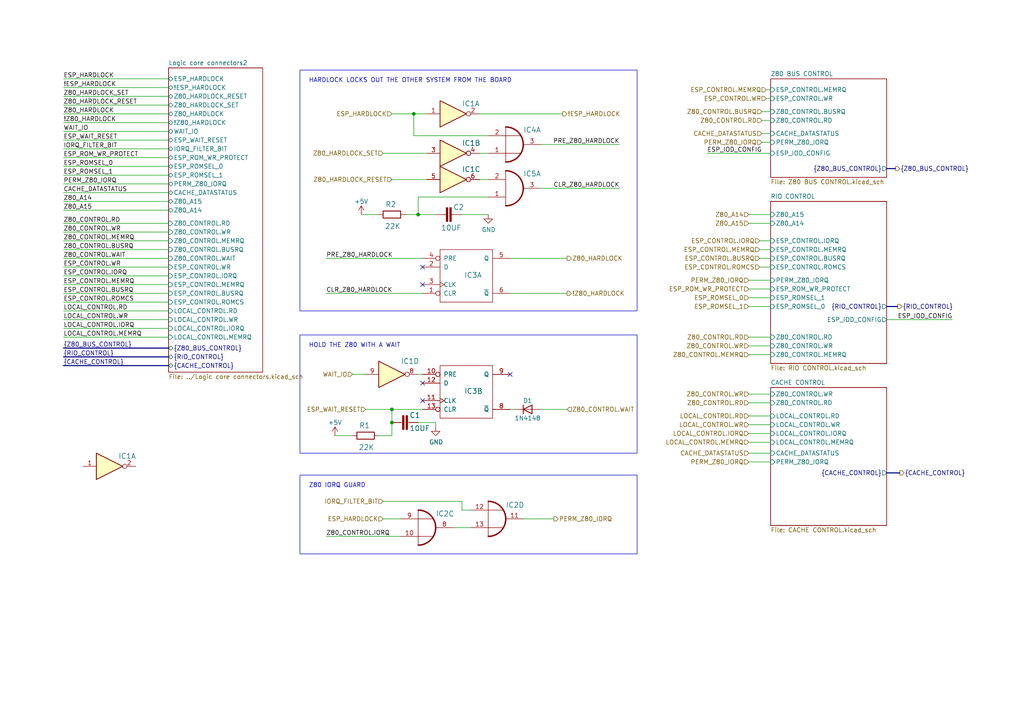
<source format=kicad_sch>
(kicad_sch (version 20230121) (generator eeschema)
  (paper "A4")
  (lib_symbols
    (symbol "74xx:74HC04"
      (property "Reference" "U" (at 0 1.27 0))
      (property "Value" "74HC04" (at 0 -1.27 0))
      (symbol "74HC04_1_0"
        (polyline (pts (xy -3.81 3.81) (xy -3.81 -3.81) (xy 3.81 0) (xy -3.81 3.81)) (stroke (width 0.254)) (fill (type background)))
        (pin input line (at -7.62 0 0) (length 3.81) (name "~") (number "1"))
        (pin output inverted (at 7.62 0 180) (length 3.81) (name "~") (number "2"))
      )
      (symbol "74HC04_2_0"
        (polyline (pts (xy -3.81 3.81) (xy -3.81 -3.81) (xy 3.81 0) (xy -3.81 3.81)) (stroke (width 0.254)) (fill (type background)))
        (pin input line (at -7.62 0 0) (length 3.81) (name "~") (number "3"))
        (pin output inverted (at 7.62 0 180) (length 3.81) (name "~") (number "4"))
      )
      (symbol "74HC04_3_0"
        (polyline (pts (xy -3.81 3.81) (xy -3.81 -3.81) (xy 3.81 0) (xy -3.81 3.81)) (stroke (width 0.254)) (fill (type background)))
        (pin input line (at -7.62 0 0) (length 3.81) (name "~") (number "5"))
        (pin output inverted (at 7.62 0 180) (length 3.81) (name "~") (number "6"))
      )
      (symbol "74HC04_4_0"
        (polyline (pts (xy -3.81 3.81) (xy -3.81 -3.81) (xy 3.81 0) (xy -3.81 3.81)) (stroke (width 0.254)) (fill (type background)))
        (pin output inverted (at 7.62 0 180) (length 3.81) (name "~") (number "8"))
        (pin input line (at -7.62 0 0) (length 3.81) (name "~") (number "9"))
      )
      (symbol "74HC04_5_0"
        (polyline (pts (xy -3.81 3.81) (xy -3.81 -3.81) (xy 3.81 0) (xy -3.81 3.81)) (stroke (width 0.254)) (fill (type background)))
        (pin output inverted (at 7.62 0 180) (length 3.81) (name "~") (number "10"))
        (pin input line (at -7.62 0 0) (length 3.81) (name "~") (number "11"))
      )
      (symbol "74HC04_6_0"
        (polyline (pts (xy -3.81 3.81) (xy -3.81 -3.81) (xy 3.81 0) (xy -3.81 3.81)) (stroke (width 0.254)) (fill (type background)))
        (pin output inverted (at 7.62 0 180) (length 3.81) (name "~") (number "12"))
        (pin input line (at -7.62 0 0) (length 3.81) (name "~") (number "13"))
      )
      (symbol "74HC04_7_0"
        (pin power_in line (at 0 12.7 270) (length 5.08) (name "VCC") (number "14"))
        (pin power_in line (at 0 -12.7 90) (length 5.08) (name "GND") (number "7"))
      )
      (symbol "74HC04_7_1"
        (rectangle (start -5.08 7.62) (end 5.08 -7.62) (stroke (width 0.254)) (fill (type background)))
      )
    )
    (symbol "Device:D" (pin_numbers hide) (pin_names (offset 1.016) hide)
      (property "Reference" "D" (at 0 2.54 0))
      (property "Value" "D" (at 0 -2.54 0))
      (symbol "D_0_1"
        (polyline (pts (xy -1.27 1.27) (xy -1.27 -1.27)) (stroke (width 0.254)))
        (polyline (pts (xy 1.27 0) (xy -1.27 0)))
        (polyline (pts (xy 1.27 1.27) (xy 1.27 -1.27) (xy -1.27 0) (xy 1.27 1.27)) (stroke (width 0.254)))
      )
      (symbol "D_1_1"
        (pin passive line (at -3.81 0 0) (length 2.54) (name "K") (number "1"))
        (pin passive line (at 3.81 0 180) (length 2.54) (name "A") (number "2"))
      )
    )
    (symbol "Device:R" (pin_numbers hide) (pin_names (offset 0))
      (property "Reference" "R" (at 2.032 0 90))
      (property "Value" "R" (at 0 0 90))
      (symbol "R_0_1"
        (rectangle (start -1.016 -2.54) (end 1.016 2.54) (stroke (width 0.254)))
      )
      (symbol "R_1_1"
        (pin passive line (at 0 3.81 270) (length 1.27) (name "~") (number "1"))
        (pin passive line (at 0 -3.81 90) (length 1.27) (name "~") (number "2"))
      )
    )
    (symbol "FujiNet_Z80Bus_Reference-rescue:7408N-Z80ESP-eagle-import" (pin_names (offset 1.016))
      (property "Reference" "IC" (at -0.635 -0.635 0))
      (symbol "7408N-Z80ESP-eagle-import_1_0"
        (arc (start -2.54 -5.08) (mid 2.5179 0) (end -2.54 5.08) (stroke (width 0.4064)))
        (polyline (pts (xy -2.54 5.08) (xy -2.54 -5.08)))
        (pin input line (at -7.62 2.54 0) (length 5.08) (name "I0") (number "1"))
        (pin input line (at -7.62 -2.54 0) (length 5.08) (name "I1") (number "2"))
        (pin output line (at 7.62 0 180) (length 5.08) (name "O") (number "3"))
      )
      (symbol "7408N-Z80ESP-eagle-import_2_0"
        (arc (start -2.54 -5.08) (mid 2.5179 0) (end -2.54 5.08) (stroke (width 0.4064)))
        (polyline (pts (xy -2.54 5.08) (xy -2.54 -5.08)))
        (pin input line (at -7.62 2.54 0) (length 5.08) (name "I0") (number "4"))
        (pin input line (at -7.62 -2.54 0) (length 5.08) (name "I1") (number "5"))
        (pin output line (at 7.62 0 180) (length 5.08) (name "O") (number "6"))
      )
      (symbol "7408N-Z80ESP-eagle-import_3_0"
        (arc (start -2.54 -5.08) (mid 2.5179 0) (end -2.54 5.08) (stroke (width 0.4064)))
        (polyline (pts (xy -2.54 5.08) (xy -2.54 -5.08)))
        (pin input line (at -7.62 -2.54 0) (length 5.08) (name "I1") (number "10"))
        (pin output line (at 7.62 0 180) (length 5.08) (name "O") (number "8"))
        (pin input line (at -7.62 2.54 0) (length 5.08) (name "I0") (number "9"))
      )
      (symbol "7408N-Z80ESP-eagle-import_4_0"
        (arc (start -2.54 -5.08) (mid 2.5179 0) (end -2.54 5.08) (stroke (width 0.4064)))
        (polyline (pts (xy -2.54 5.08) (xy -2.54 -5.08)))
        (pin output line (at 7.62 0 180) (length 5.08) (name "O") (number "11"))
        (pin input line (at -7.62 2.54 0) (length 5.08) (name "I0") (number "12"))
        (pin input line (at -7.62 -2.54 0) (length 5.08) (name "I1") (number "13"))
      )
      (symbol "7408N-Z80ESP-eagle-import_5_0"
        (text "GND" (at 1.905 -5.842 900) (effects (font (size 1.0668 1.0668)) (justify left bottom)))
        (text "VCC" (at 1.905 2.54 900) (effects (font (size 1.0668 1.0668)) (justify left bottom)))
        (pin power_in line (at 0 7.62 270) (length 5.08) (name "VCC") (number "14"))
        (pin power_in line (at 0 -7.62 90) (length 5.08) (name "GND") (number "7"))
      )
    )
    (symbol "FujiNet_Z80Bus_Reference-rescue:7432N-Z80Decoder-eagle-import" (pin_names (offset 1.016))
      (property "Reference" "IC" (at -0.635 -0.635 0))
      (symbol "7432N-Z80Decoder-eagle-import_1_0"
        (arc (start -2.54 -5.08) (mid 2.5179 0) (end -2.54 5.08) (stroke (width 0.4064)))
        (polyline (pts (xy -2.54 5.08) (xy -2.54 -5.08)))
        (polyline (pts (xy 1.778 -2.54) (xy -2.54 -2.54)))
        (polyline (pts (xy 1.778 2.54) (xy -2.54 2.54)))
        (pin input line (at -7.62 2.54 0) (length 5.08) (name "I0") (number "1"))
        (pin input line (at -7.62 -2.54 0) (length 5.08) (name "I1") (number "2"))
        (pin output line (at 7.62 0 180) (length 5.08) (name "O") (number "3"))
      )
      (symbol "7432N-Z80Decoder-eagle-import_2_0"
        (arc (start -2.54 -5.08) (mid 2.5179 0) (end -2.54 5.08) (stroke (width 0.4064)))
        (polyline (pts (xy -2.54 5.08) (xy -2.54 -5.08)))
        (polyline (pts (xy 1.778 -2.54) (xy -2.54 -2.54)))
        (polyline (pts (xy 1.778 2.54) (xy -2.54 2.54)))
        (pin input line (at -7.62 2.54 0) (length 5.08) (name "I0") (number "4"))
        (pin input line (at -7.62 -2.54 0) (length 5.08) (name "I1") (number "5"))
        (pin output line (at 7.62 0 180) (length 5.08) (name "O") (number "6"))
      )
      (symbol "7432N-Z80Decoder-eagle-import_3_0"
        (arc (start -2.54 -5.08) (mid 2.5179 0) (end -2.54 5.08) (stroke (width 0.4064)))
        (polyline (pts (xy -2.54 5.08) (xy -2.54 -5.08)))
        (polyline (pts (xy 1.778 -2.54) (xy -2.54 -2.54)))
        (polyline (pts (xy 1.778 2.54) (xy -2.54 2.54)))
        (pin input line (at -7.62 -2.54 0) (length 5.08) (name "I1") (number "10"))
        (pin output line (at 7.62 0 180) (length 5.08) (name "O") (number "8"))
        (pin input line (at -7.62 2.54 0) (length 5.08) (name "I0") (number "9"))
      )
      (symbol "7432N-Z80Decoder-eagle-import_4_0"
        (arc (start -2.54 -5.08) (mid 2.5179 0) (end -2.54 5.08) (stroke (width 0.4064)))
        (polyline (pts (xy -2.54 5.08) (xy -2.54 -5.08)))
        (polyline (pts (xy 1.778 -2.54) (xy -2.54 -2.54)))
        (polyline (pts (xy 1.778 2.54) (xy -2.54 2.54)))
        (pin output line (at 7.62 0 180) (length 5.08) (name "O") (number "11"))
        (pin input line (at -7.62 2.54 0) (length 5.08) (name "I0") (number "12"))
        (pin input line (at -7.62 -2.54 0) (length 5.08) (name "I1") (number "13"))
      )
      (symbol "7432N-Z80Decoder-eagle-import_5_0"
        (text "GND" (at 1.905 -5.842 900) (effects (font (size 1.0668 1.0668)) (justify left bottom)))
        (text "VCC" (at 1.905 2.54 900) (effects (font (size 1.0668 1.0668)) (justify left bottom)))
        (pin power_in line (at 0 7.62 270) (length 5.08) (name "VCC") (number "14"))
        (pin power_in line (at 0 -7.62 90) (length 5.08) (name "GND") (number "7"))
      )
    )
    (symbol "FujiNet_Z80Bus_Reference-rescue:7432N-Z80ESP-eagle-import" (pin_names (offset 1.016))
      (property "Reference" "IC" (at -0.635 -0.635 0))
      (symbol "7432N-Z80ESP-eagle-import_1_0"
        (arc (start -2.54 -5.08) (mid 2.5179 0) (end -2.54 5.08) (stroke (width 0.4064)))
        (polyline (pts (xy -2.54 5.08) (xy -2.54 -5.08)))
        (polyline (pts (xy 1.778 -2.54) (xy -2.54 -2.54)))
        (polyline (pts (xy 1.778 2.54) (xy -2.54 2.54)))
        (pin input line (at -7.62 2.54 0) (length 5.08) (name "I0") (number "1"))
        (pin input line (at -7.62 -2.54 0) (length 5.08) (name "I1") (number "2"))
        (pin output line (at 7.62 0 180) (length 5.08) (name "O") (number "3"))
      )
      (symbol "7432N-Z80ESP-eagle-import_2_0"
        (arc (start -2.54 -5.08) (mid 2.5179 0) (end -2.54 5.08) (stroke (width 0.4064)))
        (polyline (pts (xy -2.54 5.08) (xy -2.54 -5.08)))
        (polyline (pts (xy 1.778 -2.54) (xy -2.54 -2.54)))
        (polyline (pts (xy 1.778 2.54) (xy -2.54 2.54)))
        (pin input line (at -7.62 2.54 0) (length 5.08) (name "I0") (number "4"))
        (pin input line (at -7.62 -2.54 0) (length 5.08) (name "I1") (number "5"))
        (pin output line (at 7.62 0 180) (length 5.08) (name "O") (number "6"))
      )
      (symbol "7432N-Z80ESP-eagle-import_3_0"
        (arc (start -2.54 -5.08) (mid 2.5179 0) (end -2.54 5.08) (stroke (width 0.4064)))
        (polyline (pts (xy -2.54 5.08) (xy -2.54 -5.08)))
        (polyline (pts (xy 1.778 -2.54) (xy -2.54 -2.54)))
        (polyline (pts (xy 1.778 2.54) (xy -2.54 2.54)))
        (pin input line (at -7.62 -2.54 0) (length 5.08) (name "I1") (number "10"))
        (pin output line (at 7.62 0 180) (length 5.08) (name "O") (number "8"))
        (pin input line (at -7.62 2.54 0) (length 5.08) (name "I0") (number "9"))
      )
      (symbol "7432N-Z80ESP-eagle-import_4_0"
        (arc (start -2.54 -5.08) (mid 2.5179 0) (end -2.54 5.08) (stroke (width 0.4064)))
        (polyline (pts (xy -2.54 5.08) (xy -2.54 -5.08)))
        (polyline (pts (xy 1.778 -2.54) (xy -2.54 -2.54)))
        (polyline (pts (xy 1.778 2.54) (xy -2.54 2.54)))
        (pin output line (at 7.62 0 180) (length 5.08) (name "O") (number "11"))
        (pin input line (at -7.62 2.54 0) (length 5.08) (name "I0") (number "12"))
        (pin input line (at -7.62 -2.54 0) (length 5.08) (name "I1") (number "13"))
      )
      (symbol "7432N-Z80ESP-eagle-import_5_0"
        (text "GND" (at 1.905 -5.842 900) (effects (font (size 1.0668 1.0668)) (justify left bottom)))
        (text "VCC" (at 1.905 2.54 900) (effects (font (size 1.0668 1.0668)) (justify left bottom)))
        (pin power_in line (at 0 7.62 270) (length 5.08) (name "VCC") (number "14"))
        (pin power_in line (at 0 -7.62 90) (length 5.08) (name "GND") (number "7"))
      )
    )
    (symbol "FujiNet_Z80Bus_Reference-rescue:7474N-Z80ESP-eagle-import" (pin_names (offset 1.016))
      (property "Reference" "IC" (at -0.635 -0.635 0))
      (symbol "7474N-Z80ESP-eagle-import_1_0"
        (polyline (pts (xy -7.62 -7.62) (xy 7.62 -7.62)))
        (polyline (pts (xy -7.62 7.62) (xy -7.62 -7.62)))
        (polyline (pts (xy 7.62 -7.62) (xy 7.62 7.62)))
        (polyline (pts (xy 7.62 7.62) (xy -7.62 7.62)))
        (pin input inverted (at -12.7 -5.08 0) (length 5.08) (name "CLR") (number "1"))
        (pin input line (at -12.7 2.54 0) (length 5.08) (name "D") (number "2"))
        (pin input clock (at -12.7 -2.54 0) (length 5.08) (name "CLK") (number "3"))
        (pin input inverted (at -12.7 5.08 0) (length 5.08) (name "PRE") (number "4"))
        (pin output line (at 12.7 5.08 180) (length 5.08) (name "Q") (number "5"))
        (pin output line (at 12.7 -5.08 180) (length 5.08) (name "~{Q}") (number "6"))
      )
      (symbol "7474N-Z80ESP-eagle-import_2_0"
        (polyline (pts (xy -7.62 -7.62) (xy 7.62 -7.62)))
        (polyline (pts (xy -7.62 7.62) (xy -7.62 -7.62)))
        (polyline (pts (xy 7.62 -7.62) (xy 7.62 7.62)))
        (polyline (pts (xy 7.62 7.62) (xy -7.62 7.62)))
        (pin input inverted (at -12.7 5.08 0) (length 5.08) (name "PRE") (number "10"))
        (pin input clock (at -12.7 -2.54 0) (length 5.08) (name "CLK") (number "11"))
        (pin input line (at -12.7 2.54 0) (length 5.08) (name "D") (number "12"))
        (pin input inverted (at -12.7 -5.08 0) (length 5.08) (name "CLR") (number "13"))
        (pin output line (at 12.7 -5.08 180) (length 5.08) (name "~{Q}") (number "8"))
        (pin output line (at 12.7 5.08 180) (length 5.08) (name "Q") (number "9"))
      )
      (symbol "7474N-Z80ESP-eagle-import_3_0"
        (text "GND" (at 1.905 -5.842 900) (effects (font (size 1.0668 1.0668)) (justify left bottom)))
        (text "VCC" (at 1.905 2.54 900) (effects (font (size 1.0668 1.0668)) (justify left bottom)))
        (pin power_in line (at 0 7.62 270) (length 5.08) (name "VCC") (number "14"))
        (pin power_in line (at 0 -7.62 90) (length 5.08) (name "GND") (number "7"))
      )
    )
    (symbol "FujiNet_Z80Bus_Reference-rescue:C-EU050-050X075-Z80ESP-eagle-import" (pin_names (offset 1.016))
      (property "Reference" "C" (at 1.524 0.381 0))
      (property "Value" "Z80ESP-eagle-import_C-EU050-050X075" (at 1.524 -4.699 0))
      (symbol "C-EU050-050X075-Z80ESP-eagle-import_1_0"
        (rectangle (start -2.032 -2.032) (end 2.032 -1.524) (fill (type outline)))
        (rectangle (start -2.032 -1.016) (end 2.032 -0.508) (fill (type outline)))
        (polyline (pts (xy 0 -2.54) (xy 0 -2.032)))
        (polyline (pts (xy 0 0) (xy 0 -0.508)))
        (pin passive line (at 0 2.54 270) (length 2.54) (name "1") (number "1"))
        (pin passive line (at 0 -5.08 90) (length 2.54) (name "2") (number "2"))
      )
    )
    (symbol "power:+5V" (power) (pin_names (offset 0))
      (property "Value" "+5V" (at 0 3.556 0))
      (symbol "+5V_0_1"
        (polyline (pts (xy -0.762 1.27) (xy 0 2.54)))
        (polyline (pts (xy 0 0) (xy 0 2.54)))
        (polyline (pts (xy 0 2.54) (xy 0.762 1.27)))
      )
      (symbol "+5V_1_1"
        (pin power_in line (at 0 0 90) (length 0) hide (name "+5V") (number "1"))
      )
    )
    (symbol "power:GND" (power) (pin_names (offset 0))
      (property "Value" "GND" (at 0 -3.81 0))
      (symbol "GND_0_1"
        (polyline (pts (xy 0 0) (xy 0 -1.27) (xy 1.27 -1.27) (xy 0 -2.54) (xy -1.27 -1.27) (xy 0 -1.27)))
      )
      (symbol "GND_1_1"
        (pin power_in line (at 0 0 270) (length 0) hide (name "GND") (number "1"))
      )
    )
  )
  (junction (at 121.285 62.23))
  (junction (at 113.665 118.745))
  (junction (at 113.665 122.555))
  (junction (at 120.015 33.02))
  (no_connect (at 122.555 82.55))
  (no_connect (at 122.555 77.47))
  (no_connect (at 147.955 108.585))
  (no_connect (at 122.555 111.125))
  (no_connect (at 122.555 116.205))
  (wire (pts (xy 139.065 44.45) (xy 141.605 44.45)))
  (wire (pts (xy 222.25 28.575) (xy 223.52 28.575)))
  (wire (pts (xy 117.475 62.23) (xy 121.285 62.23)))
  (wire (pts (xy 97.155 126.365) (xy 102.235 126.365)))
  (wire (pts (xy 18.415 33.02) (xy 48.895 33.02)))
  (wire (pts (xy 156.845 54.61) (xy 179.705 54.61)))
  (wire (pts (xy 217.17 97.79) (xy 223.52 97.79)))
  (wire (pts (xy 139.065 33.02) (xy 163.195 33.02)))
  (wire (pts (xy 217.17 86.36) (xy 223.52 86.36)))
  (wire (pts (xy 141.605 39.37) (xy 120.015 39.37)))
  (bus (pts (xy 18.415 100.965) (xy 48.895 100.965)))
  (wire (pts (xy 94.615 74.93) (xy 122.555 74.93)))
  (wire (pts (xy 217.17 114.3) (xy 223.52 114.3)))
  (bus (pts (xy 257.175 137.16) (xy 260.985 137.16)))
  (wire (pts (xy 156.845 118.745) (xy 164.465 118.745)))
  (wire (pts (xy 18.415 25.4) (xy 48.895 25.4)))
  (wire (pts (xy 123.825 52.07) (xy 113.665 52.07)))
  (wire (pts (xy 18.415 53.34) (xy 48.895 53.34)))
  (wire (pts (xy 121.285 57.15) (xy 121.285 62.23)))
  (wire (pts (xy 18.415 77.47) (xy 48.895 77.47)))
  (wire (pts (xy 164.465 74.93) (xy 147.955 74.93)))
  (wire (pts (xy 116.205 150.495) (xy 111.125 150.495)))
  (wire (pts (xy 126.365 122.555) (xy 126.365 123.825)))
  (wire (pts (xy 217.17 125.73) (xy 223.52 125.73)))
  (wire (pts (xy 123.825 44.45) (xy 111.125 44.45)))
  (wire (pts (xy 18.415 60.96) (xy 48.895 60.96)))
  (wire (pts (xy 106.045 108.585) (xy 102.235 108.585)))
  (wire (pts (xy 223.52 133.985) (xy 217.17 133.985)))
  (wire (pts (xy 18.415 48.26) (xy 48.895 48.26)))
  (wire (pts (xy 111.125 145.415) (xy 133.985 145.415)))
  (wire (pts (xy 217.17 81.28) (xy 223.52 81.28)))
  (wire (pts (xy 18.415 82.55) (xy 48.895 82.55)))
  (wire (pts (xy 149.225 118.745) (xy 147.955 118.745)))
  (wire (pts (xy 156.845 41.91) (xy 179.705 41.91)))
  (wire (pts (xy 220.98 41.275) (xy 223.52 41.275)))
  (wire (pts (xy 18.415 30.48) (xy 48.895 30.48)))
  (wire (pts (xy 18.415 35.56) (xy 48.895 35.56)))
  (wire (pts (xy 133.985 62.23) (xy 141.605 62.23)))
  (wire (pts (xy 151.765 150.495) (xy 160.655 150.495)))
  (wire (pts (xy 220.98 34.925) (xy 223.52 34.925)))
  (wire (pts (xy 139.065 52.07) (xy 141.605 52.07)))
  (bus (pts (xy 18.415 103.505) (xy 48.895 103.505)))
  (wire (pts (xy 141.605 57.15) (xy 121.285 57.15)))
  (wire (pts (xy 257.175 92.71) (xy 276.225 92.71)))
  (wire (pts (xy 147.955 85.09) (xy 164.465 85.09)))
  (wire (pts (xy 18.415 64.77) (xy 48.895 64.77)))
  (wire (pts (xy 18.415 58.42) (xy 48.895 58.42)))
  (wire (pts (xy 113.665 122.555) (xy 113.665 126.365)))
  (wire (pts (xy 131.445 153.035) (xy 136.525 153.035)))
  (wire (pts (xy 222.25 26.035) (xy 223.52 26.035)))
  (wire (pts (xy 220.98 32.385) (xy 223.52 32.385)))
  (wire (pts (xy 18.415 72.39) (xy 48.895 72.39)))
  (wire (pts (xy 217.17 83.82) (xy 223.52 83.82)))
  (wire (pts (xy 120.015 33.02) (xy 113.665 33.02)))
  (wire (pts (xy 217.17 62.23) (xy 223.52 62.23)))
  (wire (pts (xy 136.525 147.955) (xy 133.985 147.955)))
  (wire (pts (xy 220.345 72.39) (xy 223.52 72.39)))
  (wire (pts (xy 18.415 87.63) (xy 48.895 87.63)))
  (wire (pts (xy 18.415 97.79) (xy 48.895 97.79)))
  (wire (pts (xy 220.345 77.47) (xy 223.52 77.47)))
  (wire (pts (xy 217.17 120.65) (xy 223.52 120.65)))
  (wire (pts (xy 133.985 147.955) (xy 133.985 145.415)))
  (wire (pts (xy 18.415 92.71) (xy 48.895 92.71)))
  (wire (pts (xy 18.415 55.88) (xy 48.895 55.88)))
  (wire (pts (xy 18.415 69.85) (xy 48.895 69.85)))
  (wire (pts (xy 18.415 85.09) (xy 48.895 85.09)))
  (wire (pts (xy 18.415 80.01) (xy 48.895 80.01)))
  (wire (pts (xy 205.105 44.45) (xy 223.52 44.45)))
  (wire (pts (xy 18.415 45.72) (xy 48.895 45.72)))
  (wire (pts (xy 220.345 69.85) (xy 223.52 69.85)))
  (wire (pts (xy 217.17 100.33) (xy 223.52 100.33)))
  (wire (pts (xy 217.17 128.27) (xy 223.52 128.27)))
  (wire (pts (xy 120.015 39.37) (xy 120.015 33.02)))
  (wire (pts (xy 18.415 67.31) (xy 48.895 67.31)))
  (wire (pts (xy 18.415 43.18) (xy 48.895 43.18)))
  (wire (pts (xy 113.665 122.555) (xy 113.665 118.745)))
  (wire (pts (xy 113.665 126.365) (xy 109.855 126.365)))
  (wire (pts (xy 18.415 95.25) (xy 48.895 95.25)))
  (wire (pts (xy 18.415 40.64) (xy 48.895 40.64)))
  (wire (pts (xy 18.415 38.1) (xy 48.895 38.1)))
  (wire (pts (xy 116.205 155.575) (xy 94.615 155.575)))
  (wire (pts (xy 121.285 62.23) (xy 126.365 62.23)))
  (wire (pts (xy 106.045 118.745) (xy 113.665 118.745)))
  (wire (pts (xy 217.17 102.87) (xy 223.52 102.87)))
  (bus (pts (xy 18.415 106.045) (xy 48.895 106.045)))
  (wire (pts (xy 217.17 64.77) (xy 223.52 64.77)))
  (wire (pts (xy 94.615 85.09) (xy 122.555 85.09)))
  (wire (pts (xy 217.17 131.445) (xy 223.52 131.445)))
  (wire (pts (xy 18.415 74.93) (xy 48.895 74.93)))
  (wire (pts (xy 217.17 88.9) (xy 223.52 88.9)))
  (wire (pts (xy 18.415 50.8) (xy 48.895 50.8)))
  (wire (pts (xy 220.345 74.93) (xy 223.52 74.93)))
  (wire (pts (xy 113.665 118.745) (xy 122.555 118.745)))
  (wire (pts (xy 18.415 22.86) (xy 48.895 22.86)))
  (wire (pts (xy 220.98 38.735) (xy 223.52 38.735)))
  (wire (pts (xy 104.775 62.23) (xy 109.855 62.23)))
  (bus (pts (xy 257.175 48.895) (xy 259.715 48.895)))
  (wire (pts (xy 123.825 33.02) (xy 120.015 33.02)))
  (wire (pts (xy 217.17 116.84) (xy 223.52 116.84)))
  (wire (pts (xy 217.17 123.19) (xy 223.52 123.19)))
  (wire (pts (xy 18.415 90.17) (xy 48.895 90.17)))
  (bus (pts (xy 257.175 88.9) (xy 260.35 88.9)))
  (wire (pts (xy 126.365 122.555) (xy 121.285 122.555)))
  (wire (pts (xy 18.415 27.94) (xy 48.895 27.94)))
  (wire (pts (xy 121.285 108.585) (xy 122.555 108.585)))
  (rectangle (start 86.995 97.155) (end 184.785 131.445))
  (rectangle (start 86.995 20.32) (end 184.785 90.17))
  (rectangle (start 86.995 137.795) (end 184.785 160.655))
  (text "HARDLOCK LOCKS OUT THE OTHER SYSTEM FROM THE BOARD" (at 89.535 24.13 0) (effects (font (size 1.27 1.27)) (justify left bottom)))
  (text "HOLD THE Z80 WITH A WAIT" (at 89.535 100.965 0) (effects (font (size 1.27 1.27)) (justify left bottom)))
  (text "Z80 IORQ GUARD" (at 89.535 141.605 0) (effects (font (size 1.27 1.27)) (justify left bottom)))
  (label "ESP_ROMSEL_0" (at 18.415 48.26 0))
  (label "ESP_CONTROL.MEMRQ" (at 18.415 82.55 0))
  (label "Z80_HARDLOCK" (at 18.415 33.02 0))
  (label "IORQ_FILTER_BIT" (at 18.415 43.18 0))
  (label "!ESP_HARDLOCK" (at 18.415 25.4 0))
  (label "Z80_CONTROL.WR" (at 18.415 67.31 0))
  (label "ESP_CONTROL.WR" (at 18.415 77.47 0))
  (label "CLR_Z80_HARDLOCK" (at 94.615 85.09 0))
  (label "ESP_HARDLOCK" (at 18.415 22.86 0))
  (label "PRE_Z80_HARDLOCK" (at 179.705 41.91 180))
  (label "Z80_A15" (at 18.415 60.96 0))
  (label "{RIO_CONTROL}" (at 18.415 103.505 0))
  (label "ESP_IOD_CONFIG" (at 205.105 44.45 0))
  (label "{Z80_BUS_CONTROL}" (at 18.415 100.965 0))
  (label "ESP_IOD_CONFIG" (at 276.225 92.71 180))
  (label "LOCAL_CONTROL.WR" (at 18.415 92.71 0))
  (label "LOCAL_CONTROL.IORQ" (at 18.415 95.25 0))
  (label "ESP_CONTROL.IORQ" (at 18.415 80.01 0))
  (label "CLR_Z80_HARDLOCK" (at 179.705 54.61 180))
  (label "PRE_Z80_HARDLOCK" (at 94.615 74.93 0))
  (label "Z80_CONTROL.IORQ" (at 94.615 155.575 0))
  (label "PERM_Z80_IORQ" (at 18.415 53.34 0))
  (label "Z80_CONTROL.RD" (at 18.415 64.77 0))
  (label "Z80_HARDLOCK_SET" (at 18.415 27.94 0))
  (label "CACHE_DATASTATUS" (at 18.415 55.88 0))
  (label "{CACHE_CONTROL}" (at 18.415 106.045 0))
  (label "Z80_HARDLOCK_RESET" (at 18.415 30.48 0))
  (label "ESP_ROM_WR_PROTECT" (at 18.415 45.72 0))
  (label "ESP_WAIT_RESET" (at 18.415 40.64 0))
  (label "ESP_CONTROL.ROMCS" (at 18.415 87.63 0))
  (label "WAIT_IO" (at 18.415 38.1 0))
  (label "ESP_ROMSEL_1" (at 18.415 50.8 0))
  (label "Z80_A14" (at 18.415 58.42 0))
  (label "LOCAL_CONTROL.MEMRQ" (at 18.415 97.79 0))
  (label "LOCAL_CONTROL.RD" (at 18.415 90.17 0))
  (label "ESP_CONTROL.BUSRQ" (at 18.415 85.09 0))
  (label "Z80_CONTROL.BUSRQ" (at 18.415 72.39 0))
  (label "Z80_CONTROL.MEMRQ" (at 18.415 69.85 0))
  (label "Z80_CONTROL.WAIT" (at 18.415 74.93 0))
  (label "!Z80_HARDLOCK" (at 18.415 35.56 0))
  (hierarchical_label "PERM_Z80_IORQ" (shape output) (at 160.655 150.495 0))
  (hierarchical_label "{Z80_BUS_CONTROL}" (shape output) (at 259.715 48.895 0))
  (hierarchical_label "LOCAL_CONTROL.WR" (shape input) (at 217.17 123.19 180))
  (hierarchical_label "Z80_CONTROL.BUSRQ" (shape input) (at 220.98 32.385 180))
  (hierarchical_label "ESP_ROMSEL_0" (shape input) (at 217.17 86.36 180))
  (hierarchical_label "{RIO_CONTROL}" (shape output) (at 260.35 88.9 0))
  (hierarchical_label "ESP_CONTROL.MEMRQ" (shape input) (at 222.25 26.035 180))
  (hierarchical_label "ESP_ROMSEL_1" (shape input) (at 217.17 88.9 180))
  (hierarchical_label "WAIT_IO" (shape input) (at 102.235 108.585 180))
  (hierarchical_label "Z80_HARDLOCK" (shape output) (at 164.465 74.93 0))
  (hierarchical_label "LOCAL_CONTROL.IORQ" (shape input) (at 217.17 125.73 180))
  (hierarchical_label "Z80_CONTROL.WR" (shape input) (at 217.17 100.33 180))
  (hierarchical_label "CACHE_DATASTATUS" (shape input) (at 220.98 38.735 180))
  (hierarchical_label "Z80_CONTROL.MEMRQ" (shape input) (at 217.17 102.87 180))
  (hierarchical_label "Z80_CONTROL.RD" (shape input) (at 220.98 34.925 180))
  (hierarchical_label "LOCAL_CONTROL.RD" (shape input) (at 217.17 120.65 180))
  (hierarchical_label "{CACHE_CONTROL}" (shape output) (at 260.985 137.16 0))
  (hierarchical_label "ESP_HARDLOCK" (shape input) (at 111.125 150.495 180))
  (hierarchical_label "ESP_CONTROL.MEMRQ" (shape input) (at 220.345 72.39 180))
  (hierarchical_label "ESP_CONTROL.BUSRQ" (shape input) (at 220.345 74.93 180))
  (hierarchical_label "ESP_CONTROL.ROMCS" (shape input) (at 220.345 77.47 180))
  (hierarchical_label "Z80_CONTROL.RD" (shape input) (at 217.17 97.79 180))
  (hierarchical_label "Z80_A15" (shape input) (at 217.17 64.77 180))
  (hierarchical_label "ESP_CONTROL.WR" (shape input) (at 222.25 28.575 180))
  (hierarchical_label "CACHE_DATASTATUS" (shape input) (at 217.17 131.445 180))
  (hierarchical_label "ESP_HARDLOCK" (shape input) (at 113.665 33.02 180))
  (hierarchical_label "ESP_ROM_WR_PROTECT" (shape input) (at 217.17 83.82 180))
  (hierarchical_label "!ESP_HARDLOCK" (shape output) (at 163.195 33.02 0))
  (hierarchical_label "Z80_HARDLOCK_RESET" (shape input) (at 113.665 52.07 180))
  (hierarchical_label "IORQ_FILTER_BIT" (shape input) (at 111.125 145.415 180))
  (hierarchical_label "PERM_Z80_IORQ" (shape input) (at 217.17 81.28 180))
  (hierarchical_label "PERM_Z80_IORQ" (shape input) (at 217.17 133.985 180))
  (hierarchical_label "Z80_A14" (shape input) (at 217.17 62.23 180))
  (hierarchical_label "LOCAL_CONTROL.MEMRQ" (shape input) (at 217.17 128.27 180))
  (hierarchical_label "Z80_HARDLOCK_SET" (shape input) (at 111.125 44.45 180))
  (hierarchical_label "Z80_CONTROL.WR" (shape input) (at 217.17 114.3 180))
  (hierarchical_label "ESP_CONTROL.IORQ" (shape input) (at 220.345 69.85 180))
  (hierarchical_label "ESP_WAIT_RESET" (shape input) (at 106.045 118.745 180))
  (hierarchical_label "PERM_Z80_IORQ" (shape input) (at 220.98 41.275 180))
  (hierarchical_label "Z80_CONTROL.RD" (shape input) (at 217.17 116.84 180))
  (hierarchical_label "Z80_CONTROL.WAIT" (shape input) (at 164.465 118.745 0))
  (hierarchical_label "!Z80_HARDLOCK" (shape output) (at 164.465 85.09 0))
  (symbol (lib_id "74xx:74HC04") (at 131.445 44.45 0) (mirror x) (unit 2)
    (property "Reference" "IC1" (at 133.985 40.64 0) (effects (font (size 1.4986 1.4986)) (justify left bottom)))
    (property "Value" "7404N" (effects hide))
    (property "Footprint" "Package_DIP:DIP-14_W7.62mm_Socket" (effects hide))
    (property "Datasheet" "https://assets.nexperia.com/documents/data-sheet/74HC_HCT04.pdf" (effects hide))
  )
  (symbol (lib_id "74xx:74HC04") (at 31.75 135.255 0) (mirror x) (unit 1)
    (property "Reference" "IC1" (at 34.29 131.445 0) (effects (font (size 1.4986 1.4986)) (justify left bottom)))
    (property "Value" "7404N" (effects hide))
    (property "Footprint" "Package_DIP:DIP-14_W7.62mm_Socket" (effects hide))
    (property "Datasheet" "https://assets.nexperia.com/documents/data-sheet/74HC_HCT04.pdf" (effects hide))
  )
  (symbol (lib_id "74xx:74HC04") (at 131.445 33.02 0) (mirror x) (unit 1)
    (property "Reference" "IC1" (at 133.985 29.21 0) (effects (font (size 1.4986 1.4986)) (justify left bottom)))
    (property "Value" "7404N" (effects hide))
    (property "Footprint" "Package_DIP:DIP-14_W7.62mm_Socket" (effects hide))
    (property "Datasheet" "https://assets.nexperia.com/documents/data-sheet/74HC_HCT04.pdf" (effects hide))
  )
  (symbol (lib_id "power:+5V") (at 97.155 126.365 0) (unit 1)
    (property "Reference" "#PWR01" (effects hide))
    (property "Value" "+5V" (at 97.155 122.555 0))
  )
  (symbol (lib_id "Device:R") (at 106.045 126.365 90) (unit 1)
    (property "Reference" "R1" (at 107.315 122.555 90) (effects (font (size 1.4986 1.4986)) (justify left bottom)))
    (property "Value" "22K" (at 108.585 128.905 90) (effects (font (size 1.4986 1.4986)) (justify left bottom)))
    (property "Footprint" "Resistor_THT:R_Axial_DIN0207_L6.3mm_D2.5mm_P10.16mm_Horizontal" (effects hide))
  )
  (symbol (lib_id "74xx:74HC04") (at 113.665 108.585 0) (unit 4)
    (property "Reference" "IC1" (at 116.205 104.775 0) (effects (font (size 1.4986 1.4986)) (justify left)))
    (property "Value" "7404N" (effects hide))
    (property "Footprint" "Package_DIP:DIP-14_W7.62mm_Socket" (effects hide))
    (property "Datasheet" "https://assets.nexperia.com/documents/data-sheet/74HC_HCT04.pdf" (effects hide))
  )
  (symbol (lib_id "FujiNet_Z80Bus_Reference-rescue:7408N-Z80ESP-eagle-import") (at 149.225 54.61 0) (mirror x) (unit 1)
    (property "Reference" "IC5" (at 151.765 49.53 0) (effects (font (size 1.4986 1.4986)) (justify left bottom)))
    (property "Value" "7408N" (effects hide))
    (property "Footprint" "Package_DIP:DIP-14_W7.62mm_Socket" (effects hide))
  )
  (symbol (lib_id "FujiNet_Z80Bus_Reference-rescue:7432N-Z80Decoder-eagle-import") (at 144.145 150.495 0) (unit 4)
    (property "Reference" "IC2" (at 146.685 147.32 0) (effects (font (size 1.4986 1.4986)) (justify left bottom)))
    (property "Value" "7432N" (effects hide))
    (property "Footprint" "Package_DIP:DIP-14_W7.62mm_Socket" (effects hide))
  )
  (symbol (lib_id "FujiNet_Z80Bus_Reference-rescue:7474N-Z80ESP-eagle-import") (at 135.255 113.665 0) (unit 2)
    (property "Reference" "IC3" (at 134.62 114.3 0) (effects (font (size 1.4986 1.4986)) (justify left bottom)))
    (property "Value" "7474N" (effects hide))
    (property "Footprint" "Package_DIP:DIP-14_W7.62mm_Socket" (effects hide))
  )
  (symbol (lib_id "74xx:74HC04") (at 131.445 52.07 0) (mirror x) (unit 3)
    (property "Reference" "IC1" (at 133.985 48.26 0) (effects (font (size 1.4986 1.4986)) (justify left bottom)))
    (property "Value" "7404N" (effects hide))
    (property "Footprint" "Package_DIP:DIP-14_W7.62mm_Socket" (effects hide))
    (property "Datasheet" "https://assets.nexperia.com/documents/data-sheet/74HC_HCT04.pdf" (effects hide))
  )
  (symbol (lib_id "FujiNet_Z80Bus_Reference-rescue:C-EU050-050X075-Z80ESP-eagle-import") (at 128.905 62.23 90) (unit 1)
    (property "Reference" "C2" (at 131.445 60.96 90) (effects (font (size 1.4986 1.4986)) (justify right top)))
    (property "Value" "10UF" (at 127.889 66.929 90) (effects (font (size 1.4986 1.4986)) (justify right top)))
    (property "Footprint" "Capacitor_THT:CP_Radial_D8.0mm_P5.00mm" (effects hide))
  )
  (symbol (lib_id "power:GND") (at 141.605 62.23 0) (unit 1)
    (property "Reference" "#PWR04" (effects hide))
    (property "Value" "GND" (at 141.732 66.6242 0))
  )
  (symbol (lib_id "FujiNet_Z80Bus_Reference-rescue:7474N-Z80ESP-eagle-import") (at 135.255 80.01 0) (unit 1)
    (property "Reference" "IC3" (at 134.62 80.645 0) (effects (font (size 1.4986 1.4986)) (justify left bottom)))
    (property "Value" "7474N" (effects hide))
    (property "Footprint" "Package_DIP:DIP-14_W7.62mm_Socket" (effects hide))
  )
  (symbol (lib_id "FujiNet_Z80Bus_Reference-rescue:C-EU050-050X075-Z80ESP-eagle-import") (at 116.205 122.555 90) (unit 1)
    (property "Reference" "C1" (at 118.745 121.285 90) (effects (font (size 1.4986 1.4986)) (justify right top)))
    (property "Value" "10UF" (at 118.745 125.095 90) (effects (font (size 1.4986 1.4986)) (justify right top)))
    (property "Footprint" "Capacitor_THT:CP_Radial_D8.0mm_P5.00mm" (effects hide))
  )
  (symbol (lib_id "Device:R") (at 113.665 62.23 90) (unit 1)
    (property "Reference" "R2" (at 114.935 58.42 90) (effects (font (size 1.4986 1.4986)) (justify left bottom)))
    (property "Value" "22K" (at 116.205 64.77 90) (effects (font (size 1.4986 1.4986)) (justify left bottom)))
    (property "Footprint" "Resistor_THT:R_Axial_DIN0207_L6.3mm_D2.5mm_P10.16mm_Horizontal" (effects hide))
  )
  (symbol (lib_id "power:GND") (at 126.365 123.825 0) (unit 1)
    (property "Reference" "#PWR03" (effects hide))
    (property "Value" "GND" (at 126.492 128.2192 0))
  )
  (symbol (lib_id "FujiNet_Z80Bus_Reference-rescue:7432N-Z80ESP-eagle-import") (at 149.225 41.91 0) (mirror x) (unit 1)
    (property "Reference" "IC4" (at 151.765 36.83 0) (effects (font (size 1.4986 1.4986)) (justify left bottom)))
    (property "Value" "7432N" (effects hide))
    (property "Footprint" "Package_DIP:DIP-14_W7.62mm_Socket" (effects hide))
  )
  (symbol (lib_id "power:+5V") (at 104.775 62.23 0) (unit 1)
    (property "Reference" "#PWR02" (effects hide))
    (property "Value" "+5V" (at 104.775 58.42 0))
  )
  (symbol (lib_id "Device:D") (at 153.035 118.745 0) (unit 1)
    (property "Reference" "D1" (at 153.035 116.205 0))
    (property "Value" "1N4148" (at 153.035 121.285 0))
    (property "Footprint" "Diode_THT:D_T-1_P5.08mm_Horizontal" (effects hide))
  )
  (symbol (lib_id "FujiNet_Z80Bus_Reference-rescue:7432N-Z80Decoder-eagle-import") (at 123.825 153.035 0) (unit 3)
    (property "Reference" "IC2" (at 126.365 149.86 0) (effects (font (size 1.4986 1.4986)) (justify left bottom)))
    (property "Value" "7432N" (effects hide))
    (property "Footprint" "Package_DIP:DIP-14_W7.62mm_Socket" (effects hide))
  )
  (sheet (at 48.895 19.685) (size 27.305 88.265) (stroke (width 0.1524))
    (property "Sheetname" "Logic core connectors2" (at 48.895 18.9734 0) (effects (justify left bottom)))
    (property "Sheetfile" "../Logic core connectors.kicad_sch" (at 48.895 108.5346 0) (effects (justify left top)))
    (pin "PERM_Z80_IORQ" bidirectional (at 48.895 53.34 180))
    (pin "CACHE_DATASTATUS" bidirectional (at 48.895 55.88 180))
    (pin "ESP_WAIT_RESET" bidirectional (at 48.895 40.64 180))
    (pin "Z80_HARDLOCK_RESET" bidirectional (at 48.895 27.94 180))
    (pin "Z80_HARDLOCK_SET" bidirectional (at 48.895 30.48 180))
    (pin "WAIT_IO" bidirectional (at 48.895 38.1 180))
    (pin "ESP_ROM_WR_PROTECT" bidirectional (at 48.895 45.72 180))
    (pin "!ESP_HARDLOCK" bidirectional (at 48.895 25.4 180))
    (pin "ESP_ROMSEL_1" bidirectional (at 48.895 50.8 180))
    (pin "ESP_HARDLOCK" bidirectional (at 48.895 22.86 180))
    (pin "ESP_ROMSEL_0" bidirectional (at 48.895 48.26 180))
    (pin "!Z80_HARDLOCK" bidirectional (at 48.895 35.56 180))
    (pin "Z80_HARDLOCK" bidirectional (at 48.895 33.02 180))
    (pin "Z80_A15" bidirectional (at 48.895 58.42 180))
    (pin "Z80_A14" bidirectional (at 48.895 60.96 180))
    (pin "IORQ_FILTER_BIT" bidirectional (at 48.895 43.18 180))
    (pin "{Z80_BUS_CONTROL}" bidirectional (at 48.895 100.965 180))
    (pin "{RIO_CONTROL}" bidirectional (at 48.895 103.505 180))
    (pin "{CACHE_CONTROL}" bidirectional (at 48.895 106.045 180))
    (pin "ESP_CONTROL.ROMCS" input (at 48.895 87.63 180))
    (pin "ESP_CONTROL.MEMRQ" input (at 48.895 82.55 180))
    (pin "Z80_CONTROL.BUSRQ" input (at 48.895 72.39 180))
    (pin "Z80_CONTROL.RD" input (at 48.895 64.77 180))
    (pin "ESP_CONTROL.WR" input (at 48.895 77.47 180))
    (pin "ESP_CONTROL.IORQ" input (at 48.895 80.01 180))
    (pin "ESP_CONTROL.BUSRQ" input (at 48.895 85.09 180))
    (pin "Z80_CONTROL.WR" input (at 48.895 67.31 180))
    (pin "Z80_CONTROL.MEMRQ" input (at 48.895 69.85 180))
    (pin "LOCAL_CONTROL.IORQ" input (at 48.895 95.25 180))
    (pin "LOCAL_CONTROL.WR" input (at 48.895 92.71 180))
    (pin "LOCAL_CONTROL.RD" input (at 48.895 90.17 180))
    (pin "LOCAL_CONTROL.MEMRQ" input (at 48.895 97.79 180))
    (pin "Z80_CONTROL.WAIT" input (at 48.895 74.93 180))
  )
  (sheet (at 223.52 58.42) (size 33.655 46.99) (stroke (width 0.1524))
    (property "Sheetname" "RIO CONTROL" (at 223.52 57.7084 0) (effects (justify left bottom)))
    (property "Sheetfile" "RIO CONTROL.kicad_sch" (at 223.52 105.9946 0) (effects (justify left top)))
    (pin "ESP_ROMSEL_1" input (at 223.52 86.36 180))
    (pin "ESP_ROMSEL_0" input (at 223.52 88.9 180))
    (pin "ESP_IOD_CONFIG" output (at 257.175 92.71 0))
    (pin "{RIO_CONTROL}" output (at 257.175 88.9 0))
    (pin "PERM_Z80_IORQ" input (at 223.52 81.28 180))
    (pin "ESP_ROM_WR_PROTECT" input (at 223.52 83.82 180))
    (pin "Z80_A14" input (at 223.52 64.77 180))
    (pin "Z80_A15" input (at 223.52 62.23 180))
    (pin "ESP_CONTROL.ROMCS" input (at 223.52 77.47 180))
    (pin "ESP_CONTROL.MEMRQ" input (at 223.52 72.39 180))
    (pin "ESP_CONTROL.IORQ" input (at 223.52 69.85 180))
    (pin "ESP_CONTROL.BUSRQ" input (at 223.52 74.93 180))
    (pin "Z80_CONTROL.RD" input (at 223.52 97.79 180))
    (pin "Z80_CONTROL.WR" input (at 223.52 100.33 180))
    (pin "Z80_CONTROL.MEMRQ" input (at 223.52 102.87 180))
  )
  (sheet (at 223.52 22.86) (size 33.655 28.575) (stroke (width 0.1524))
    (property "Sheetname" "Z80 BUS CONTROL" (at 223.52 22.1484 0) (effects (justify left bottom)))
    (property "Sheetfile" "Z80 BUS CONTROL.kicad_sch" (at 223.52 52.0196 0) (effects (justify left top)))
    (pin "PERM_Z80_IORQ" input (at 223.52 41.275 180))
    (pin "ESP_IOD_CONFIG" input (at 223.52 44.45 180))
    (pin "{Z80_BUS_CONTROL}" output (at 257.175 48.895 0))
    (pin "CACHE_DATASTATUS" input (at 223.52 38.735 180))
    (pin "ESP_CONTROL.MEMRQ" input (at 223.52 26.035 180))
    (pin "ESP_CONTROL.WR" input (at 223.52 28.575 180))
    (pin "Z80_CONTROL.BUSRQ" input (at 223.52 32.385 180))
    (pin "Z80_CONTROL.RD" input (at 223.52 34.925 180))
  )
  (sheet (at 223.52 112.395) (size 33.655 40.005) (stroke (width 0.1524))
    (property "Sheetname" "CACHE CONTROL" (at 223.52 111.6834 0) (effects (justify left bottom)))
    (property "Sheetfile" "CACHE CONTROL.kicad_sch" (at 223.52 152.9846 0) (effects (justify left top)))
    (pin "CACHE_DATASTATUS" input (at 223.52 131.445 180))
    (pin "PERM_Z80_IORQ" input (at 223.52 133.985 180))
    (pin "{CACHE_CONTROL}" output (at 257.175 137.16 0))
    (pin "Z80_CONTROL.WR" input (at 223.52 114.3 180))
    (pin "Z80_CONTROL.RD" input (at 223.52 116.84 180))
    (pin "LOCAL_CONTROL.IORQ" input (at 223.52 125.73 180))
    (pin "LOCAL_CONTROL.WR" input (at 223.52 123.19 180))
    (pin "LOCAL_CONTROL.MEMRQ" input (at 223.52 128.27 180))
    (pin "LOCAL_CONTROL.RD" input (at 223.52 120.65 180))
  )
)
</source>
